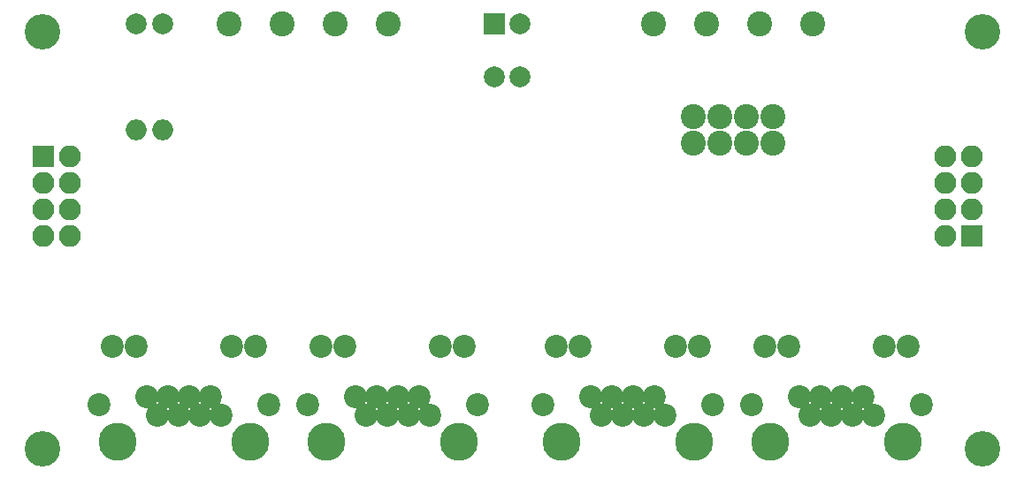
<source format=gbs>
G04 #@! TF.FileFunction,Soldermask,Bot*
%FSLAX46Y46*%
G04 Gerber Fmt 4.6, Leading zero omitted, Abs format (unit mm)*
G04 Created by KiCad (PCBNEW 4.0.6) date 02/07/18 20:23:48*
%MOMM*%
%LPD*%
G01*
G04 APERTURE LIST*
%ADD10C,0.100000*%
%ADD11C,2.200000*%
%ADD12C,3.650000*%
%ADD13O,3.400000X3.400000*%
%ADD14C,2.400000*%
%ADD15C,2.000000*%
%ADD16O,2.000000X2.000000*%
%ADD17R,2.100000X2.100000*%
%ADD18O,2.100000X2.100000*%
%ADD19R,2.000000X2.000000*%
G04 APERTURE END LIST*
D10*
D11*
X74440000Y-137830000D03*
X73420000Y-136050000D03*
X76480000Y-137830000D03*
X75460000Y-136050000D03*
X78520000Y-137830000D03*
X77500000Y-136050000D03*
X80560000Y-137830000D03*
X79540000Y-136050000D03*
X72420000Y-131240000D03*
X70130000Y-131240000D03*
X83850000Y-131240000D03*
X81560000Y-131240000D03*
D12*
X70640000Y-140370000D03*
X83340000Y-140370000D03*
D11*
X68860000Y-136810000D03*
X85120000Y-136810000D03*
X94440000Y-137830000D03*
X93420000Y-136050000D03*
X96480000Y-137830000D03*
X95460000Y-136050000D03*
X98520000Y-137830000D03*
X97500000Y-136050000D03*
X100560000Y-137830000D03*
X99540000Y-136050000D03*
X92420000Y-131240000D03*
X90130000Y-131240000D03*
X103850000Y-131240000D03*
X101560000Y-131240000D03*
D12*
X90640000Y-140370000D03*
X103340000Y-140370000D03*
D11*
X88860000Y-136810000D03*
X105120000Y-136810000D03*
X116940000Y-137830000D03*
X115920000Y-136050000D03*
X118980000Y-137830000D03*
X117960000Y-136050000D03*
X121020000Y-137830000D03*
X120000000Y-136050000D03*
X123060000Y-137830000D03*
X122040000Y-136050000D03*
X114920000Y-131240000D03*
X112630000Y-131240000D03*
X126350000Y-131240000D03*
X124060000Y-131240000D03*
D12*
X113140000Y-140370000D03*
X125840000Y-140370000D03*
D11*
X111360000Y-136810000D03*
X127620000Y-136810000D03*
X136940000Y-137830000D03*
X135920000Y-136050000D03*
X138980000Y-137830000D03*
X137960000Y-136050000D03*
X141020000Y-137830000D03*
X140000000Y-136050000D03*
X143060000Y-137830000D03*
X142040000Y-136050000D03*
X134920000Y-131240000D03*
X132630000Y-131240000D03*
X146350000Y-131240000D03*
X144060000Y-131240000D03*
D12*
X133140000Y-140370000D03*
X145840000Y-140370000D03*
D11*
X131360000Y-136810000D03*
X147620000Y-136810000D03*
D13*
X63420000Y-141050000D03*
X153420000Y-141050000D03*
X153420000Y-101050000D03*
X63420000Y-101050000D03*
D14*
X125730000Y-111760000D03*
X125730000Y-109220000D03*
X128270000Y-111760000D03*
X128270000Y-109220000D03*
X130810000Y-111760000D03*
X130810000Y-109220000D03*
X133350000Y-111760000D03*
X133350000Y-109220000D03*
D15*
X72390000Y-100330000D03*
D16*
X72390000Y-110490000D03*
D15*
X74930000Y-100330000D03*
D16*
X74930000Y-110490000D03*
D14*
X81280000Y-100330000D03*
X86360000Y-100330000D03*
X91440000Y-100330000D03*
X96520000Y-100330000D03*
X121920000Y-100330000D03*
X127000000Y-100330000D03*
X132080000Y-100330000D03*
X137160000Y-100330000D03*
D17*
X63500000Y-113030000D03*
D18*
X66040000Y-113030000D03*
X63500000Y-115570000D03*
X66040000Y-115570000D03*
X63500000Y-118110000D03*
X66040000Y-118110000D03*
X63500000Y-120650000D03*
X66040000Y-120650000D03*
D19*
X106680000Y-100330000D03*
D15*
X109180000Y-100330000D03*
X106680000Y-105410000D03*
X109180000Y-105410000D03*
D17*
X152400000Y-120650000D03*
D18*
X149860000Y-120650000D03*
X152400000Y-118110000D03*
X149860000Y-118110000D03*
X152400000Y-115570000D03*
X149860000Y-115570000D03*
X152400000Y-113030000D03*
X149860000Y-113030000D03*
M02*

</source>
